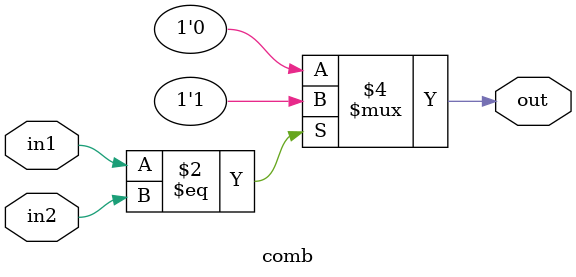
<source format=sv>
module comb (input logic in1, in2, output logic out);
    always_comb begin
        if (in1 == in2)
            out = 1;
        else
            out = 0;
    end
endmodule

</source>
